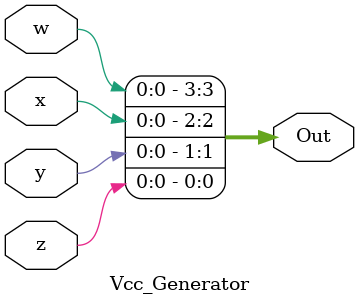
<source format=v>
module Vcc_Generator (w, x, y, z, Out);

	input w, x, y, z;
	output [3:0]Out;
	
	assign Out[3] = w;
	assign Out[2] = x;
	assign Out[1] = y;
	assign Out[0] = z;
	
endmodule
</source>
